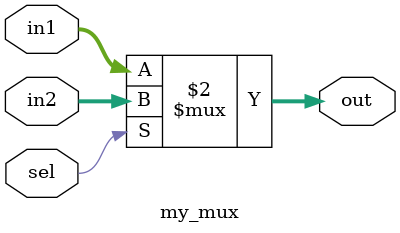
<source format=v>
module top_module(
    input [31:0] a,
    input [31:0] b,
    output [31:0] sum
);

//module add16 ( input[15:0] a, input[15:0] b, input cin, output[15:0] sum, output cout );

wire [15:0] res_low, res_high;
wire ca;
add16 add16_low(.a(a[15:0]),
                .b(b[15:0]),
                .cin(1'b0),
                .sum(res_low),
                .cout(ca));

wire [15:0] sum1, sum2;
add16 add16_sel_1(.a(a[31:16]),
                .b(b[31:16]),
                .cin(1'b0),
                .sum(sum1),
                .cout());

add16 add16_sel_2(.a(a[31:16]),
                .b(b[31:16]),
                .cin(1'b1),
                .sum(sum2),
                .cout());

my_mux my_mux_u(.in1(sum1),
                .in2(sum2),
                .sel(ca),
                .out(res_high));
                
assign sum = {res_high, res_low};

endmodule


module my_mux (
    input [15:0] in1,
    input [15:0] in2,
    input sel,
    output [15:0] out
);
    
assign out = (sel == 1'b0)? in1 : in2;

endmodule
</source>
